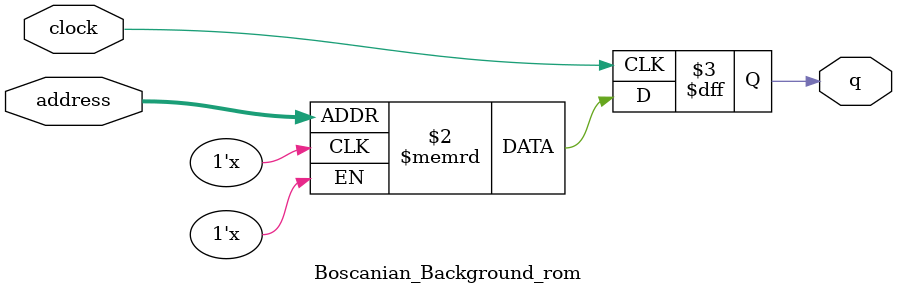
<source format=sv>
module Boscanian_Background_rom (
	input logic clock,
	input logic [19:0] address,
	output logic [0:0] q
);

logic [0:0] memory [0:691199] /* synthesis ram_init_file = "./Boscanian_Background/Boscanian_Background.mif" */;

always_ff @ (posedge clock) begin
	q <= memory[address];
end

endmodule

</source>
